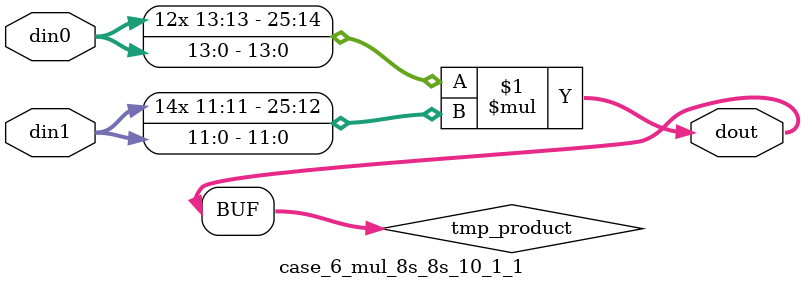
<source format=v>

`timescale 1 ns / 1 ps

 module case_6_mul_8s_8s_10_1_1(din0, din1, dout);
parameter ID = 1;
parameter NUM_STAGE = 0;
parameter din0_WIDTH = 14;
parameter din1_WIDTH = 12;
parameter dout_WIDTH = 26;

input [din0_WIDTH - 1 : 0] din0; 
input [din1_WIDTH - 1 : 0] din1; 
output [dout_WIDTH - 1 : 0] dout;

wire signed [dout_WIDTH - 1 : 0] tmp_product;



























assign tmp_product = $signed(din0) * $signed(din1);








assign dout = tmp_product;





















endmodule

</source>
